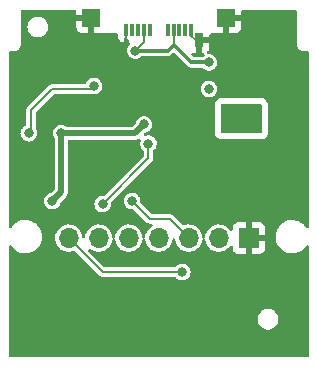
<source format=gbr>
%TF.GenerationSoftware,KiCad,Pcbnew,(5.99.0-11663-g8172737d6f)*%
%TF.CreationDate,2021-08-09T10:24:35+02:00*%
%TF.ProjectId,Framework_Serial,4672616d-6577-46f7-926b-5f5365726961,rev?*%
%TF.SameCoordinates,Original*%
%TF.FileFunction,Copper,L2,Bot*%
%TF.FilePolarity,Positive*%
%FSLAX46Y46*%
G04 Gerber Fmt 4.6, Leading zero omitted, Abs format (unit mm)*
G04 Created by KiCad (PCBNEW (5.99.0-11663-g8172737d6f)) date 2021-08-09 10:24:35*
%MOMM*%
%LPD*%
G01*
G04 APERTURE LIST*
%TA.AperFunction,ComponentPad*%
%ADD10R,1.700000X1.700000*%
%TD*%
%TA.AperFunction,ComponentPad*%
%ADD11O,1.700000X1.700000*%
%TD*%
%TA.AperFunction,SMDPad,CuDef*%
%ADD12R,1.500000X1.500000*%
%TD*%
%TA.AperFunction,SMDPad,CuDef*%
%ADD13R,0.380000X1.000000*%
%TD*%
%TA.AperFunction,SMDPad,CuDef*%
%ADD14R,0.700000X1.150000*%
%TD*%
%TA.AperFunction,ViaPad*%
%ADD15C,0.800000*%
%TD*%
%TA.AperFunction,Conductor*%
%ADD16C,0.500000*%
%TD*%
%TA.AperFunction,Conductor*%
%ADD17C,0.200000*%
%TD*%
%TA.AperFunction,Conductor*%
%ADD18C,0.300000*%
%TD*%
G04 APERTURE END LIST*
D10*
%TO.P,J1,1,Pin_1*%
%TO.N,GND*%
X90120000Y-47375000D03*
D11*
%TO.P,J1,2,Pin_2*%
%TO.N,+5V*%
X87580000Y-47375000D03*
%TO.P,J1,3,Pin_3*%
%TO.N,CTS*%
X85040000Y-47375000D03*
%TO.P,J1,4,Pin_4*%
%TO.N,TXD*%
X82500000Y-47375000D03*
%TO.P,J1,5,Pin_5*%
%TO.N,RXD*%
X79960000Y-47375000D03*
%TO.P,J1,6,Pin_6*%
%TO.N,RTS*%
X77420000Y-47375000D03*
%TO.P,J1,7,Pin_7*%
%TO.N,+3V3*%
X74880000Y-47375000D03*
%TD*%
D12*
%TO.P,TP6,1,1*%
%TO.N,GND*%
X76790423Y-28754517D03*
%TD*%
%TO.P,TP5,1,1*%
%TO.N,GND*%
X88217755Y-28772041D03*
%TD*%
D13*
%TO.P,P1,B1,GND*%
%TO.N,GND*%
X85250000Y-29790000D03*
%TO.P,P1,B2*%
%TO.N,N/C*%
X84750000Y-29790000D03*
%TO.P,P1,B3*%
X84250000Y-29790000D03*
%TO.P,P1,B4,VBUS*%
%TO.N,VBUS*%
X83750000Y-29790000D03*
%TO.P,P1,B5,VCONN*%
%TO.N,unconnected-(P1-PadB5)*%
X83250000Y-29790000D03*
%TO.P,P1,B8*%
%TO.N,N/C*%
X81750000Y-29790000D03*
%TO.P,P1,B9,VBUS*%
%TO.N,VBUS*%
X81250000Y-29790000D03*
%TO.P,P1,B10*%
%TO.N,N/C*%
X80750000Y-29790000D03*
%TO.P,P1,B11*%
X80250000Y-29790000D03*
%TO.P,P1,B12,GND*%
%TO.N,GND*%
X79750000Y-29790000D03*
D14*
%TO.P,P1,S1,SHIELD*%
X85920000Y-30630000D03*
%TD*%
D15*
%TO.N,GND*%
X70750000Y-40500000D03*
X94500000Y-40250000D03*
X73250000Y-42750000D03*
X91500000Y-40500000D03*
X75000000Y-44500000D03*
X86250000Y-36500000D03*
X79750000Y-37250000D03*
X77750000Y-41250000D03*
X76750000Y-41250000D03*
X77750000Y-40250000D03*
X76750000Y-40250000D03*
%TO.N,DTR*%
X77750000Y-44500000D03*
X81625000Y-39375000D03*
%TO.N,CTS*%
X80250000Y-44250000D03*
%TO.N,GND*%
X77000000Y-32750000D03*
X94500000Y-33500000D03*
X87750000Y-40500000D03*
X86750000Y-40500000D03*
X70750000Y-44000000D03*
%TO.N,+3V3*%
X73500000Y-44250000D03*
%TO.N,VBUS*%
X86750000Y-32500000D03*
%TO.N,+3V3*%
X81250000Y-37750000D03*
X88492083Y-37596112D03*
X89492083Y-37596112D03*
X90492083Y-37596112D03*
X90492083Y-36596112D03*
X89492083Y-36596112D03*
X88492083Y-36596112D03*
X74250000Y-38500000D03*
%TO.N,+5V*%
X77000000Y-34500000D03*
X71500000Y-38500000D03*
%TO.N,VBUS*%
X80500000Y-31500000D03*
%TO.N,GND*%
X90250000Y-56750000D03*
X77000000Y-56750000D03*
X91250000Y-49750000D03*
X88250000Y-34000000D03*
X94500000Y-44000000D03*
X76750000Y-28750000D03*
X82500000Y-56750000D03*
X88250000Y-28750000D03*
X93000000Y-29250000D03*
X94500000Y-37000000D03*
X87500000Y-56750000D03*
X74500000Y-56750000D03*
X85000000Y-56750000D03*
X70750000Y-33250000D03*
X79500000Y-56750000D03*
X72500000Y-50000000D03*
X88250000Y-30500000D03*
X91250000Y-52500000D03*
X70750000Y-36500000D03*
X73250000Y-55000000D03*
X73250000Y-52500000D03*
%TO.N,+5V*%
X86750000Y-34750000D03*
%TO.N,+3V3*%
X84500000Y-50250000D03*
%TD*%
D16*
%TO.N,+3V3*%
X74250000Y-43500000D02*
X73500000Y-44250000D01*
X80500000Y-38500000D02*
X81250000Y-37750000D01*
X74250000Y-38500000D02*
X74250000Y-43500000D01*
X74250000Y-38500000D02*
X80500000Y-38500000D01*
D17*
%TO.N,CTS*%
X83415000Y-45750000D02*
X85040000Y-47375000D01*
X80250000Y-44250000D02*
X81750000Y-45750000D01*
X81750000Y-45750000D02*
X83415000Y-45750000D01*
%TO.N,DTR*%
X81625000Y-40625000D02*
X81625000Y-39375000D01*
X77750000Y-44500000D02*
X81625000Y-40625000D01*
%TO.N,GND*%
X85630000Y-30630000D02*
X85920000Y-30630000D01*
X85250000Y-30250000D02*
X85630000Y-30630000D01*
X85250000Y-29790000D02*
X85250000Y-30250000D01*
%TO.N,+5V*%
X71699511Y-38300489D02*
X71500000Y-38500000D01*
X71699511Y-36550489D02*
X71699511Y-38300489D01*
X73500000Y-34750000D02*
X71699511Y-36550489D01*
X77000000Y-34500000D02*
X76750000Y-34750000D01*
X76750000Y-34750000D02*
X73500000Y-34750000D01*
%TO.N,VBUS*%
X80500000Y-31500000D02*
X81250000Y-30750000D01*
D18*
X80500000Y-31500000D02*
X83250000Y-31500000D01*
X86750000Y-32500000D02*
X85250000Y-32500000D01*
D17*
X81250000Y-30750000D02*
X81250000Y-29790000D01*
X83750000Y-31000000D02*
X83750000Y-29790000D01*
D18*
X83250000Y-31500000D02*
X83750000Y-31000000D01*
X85250000Y-32500000D02*
X83750000Y-31000000D01*
D17*
%TO.N,GND*%
X79750000Y-30579022D02*
X79750000Y-30750000D01*
X79750000Y-30750000D02*
X79500000Y-31000000D01*
X79750000Y-29790000D02*
X79750000Y-30579022D01*
%TO.N,+3V3*%
X84500000Y-50250000D02*
X77755000Y-50250000D01*
X77755000Y-50250000D02*
X74880000Y-47375000D01*
%TD*%
%TA.AperFunction,Conductor*%
%TO.N,GND*%
G36*
X75474544Y-28070002D02*
G01*
X75521037Y-28123658D01*
X75532423Y-28176000D01*
X75532423Y-28482402D01*
X75536898Y-28497641D01*
X75538288Y-28498846D01*
X75545971Y-28500517D01*
X76918423Y-28500517D01*
X76986544Y-28520519D01*
X77033037Y-28574175D01*
X77044423Y-28626517D01*
X77044423Y-29994401D01*
X77048898Y-30009640D01*
X77050288Y-30010845D01*
X77057971Y-30012516D01*
X77585092Y-30012516D01*
X77591913Y-30012146D01*
X77642775Y-30006622D01*
X77658027Y-30002996D01*
X77721297Y-29979277D01*
X77792104Y-29974094D01*
X77825418Y-29987662D01*
X77825656Y-29987168D01*
X77832033Y-29990239D01*
X77838022Y-29994002D01*
X77874173Y-30006652D01*
X77941012Y-30030040D01*
X77965643Y-30038659D01*
X77972668Y-30039451D01*
X77972670Y-30039451D01*
X78025281Y-30045379D01*
X78034993Y-30047100D01*
X78040720Y-30049385D01*
X78046993Y-30050000D01*
X78059223Y-30050000D01*
X78073330Y-30050792D01*
X78083040Y-30051886D01*
X78088777Y-30052714D01*
X78089145Y-30052714D01*
X78100000Y-30054628D01*
X78115392Y-30051914D01*
X78137271Y-30050000D01*
X78926001Y-30050000D01*
X78994122Y-30070002D01*
X79040615Y-30123658D01*
X79052001Y-30176000D01*
X79052001Y-30334669D01*
X79052371Y-30341490D01*
X79057895Y-30392352D01*
X79061521Y-30407604D01*
X79106676Y-30528054D01*
X79115214Y-30543649D01*
X79191715Y-30645724D01*
X79204276Y-30658285D01*
X79306351Y-30734786D01*
X79321946Y-30743324D01*
X79442394Y-30788478D01*
X79457649Y-30792105D01*
X79508514Y-30797631D01*
X79515328Y-30798000D01*
X79541885Y-30798000D01*
X79557124Y-30793525D01*
X79558329Y-30792135D01*
X79560000Y-30784452D01*
X79560000Y-30498744D01*
X79580002Y-30430623D01*
X79633658Y-30384130D01*
X79703932Y-30374026D01*
X79768512Y-30403520D01*
X79801150Y-30447595D01*
X79808061Y-30463153D01*
X79816294Y-30471372D01*
X79816295Y-30471373D01*
X79879053Y-30534022D01*
X79879055Y-30534023D01*
X79887287Y-30542241D01*
X79889137Y-30543059D01*
X79930092Y-30593209D01*
X79940000Y-30642185D01*
X79940000Y-30779884D01*
X79944475Y-30795123D01*
X79954817Y-30804085D01*
X79999444Y-30828451D01*
X80033471Y-30890763D01*
X80028408Y-30961579D01*
X79993182Y-31012497D01*
X79975604Y-31027831D01*
X79878113Y-31166547D01*
X79816524Y-31324513D01*
X79815532Y-31332046D01*
X79815532Y-31332047D01*
X79804527Y-31415643D01*
X79794394Y-31492611D01*
X79812999Y-31661135D01*
X79871266Y-31820356D01*
X79965830Y-31961083D01*
X79971442Y-31966190D01*
X79971445Y-31966193D01*
X80085612Y-32070077D01*
X80085616Y-32070080D01*
X80091233Y-32075191D01*
X80097906Y-32078814D01*
X80097910Y-32078817D01*
X80233558Y-32152467D01*
X80233560Y-32152468D01*
X80240235Y-32156092D01*
X80247584Y-32158020D01*
X80396883Y-32197188D01*
X80396885Y-32197188D01*
X80404233Y-32199116D01*
X80490609Y-32200473D01*
X80566161Y-32201660D01*
X80566164Y-32201660D01*
X80573760Y-32201779D01*
X80581165Y-32200083D01*
X80581166Y-32200083D01*
X80641586Y-32186245D01*
X80739029Y-32163928D01*
X80890498Y-32087747D01*
X81015846Y-31980689D01*
X81080636Y-31951658D01*
X81097677Y-31950500D01*
X83215780Y-31950500D01*
X83230589Y-31951373D01*
X83264310Y-31955364D01*
X83273574Y-31953672D01*
X83273575Y-31953672D01*
X83322001Y-31944828D01*
X83325904Y-31944178D01*
X83374645Y-31936850D01*
X83374646Y-31936850D01*
X83383962Y-31935449D01*
X83390475Y-31932321D01*
X83397573Y-31931025D01*
X83449647Y-31903975D01*
X83453137Y-31902232D01*
X83506079Y-31876809D01*
X83511365Y-31871923D01*
X83511413Y-31871890D01*
X83517788Y-31868579D01*
X83522828Y-31864275D01*
X83560055Y-31827048D01*
X83563621Y-31823618D01*
X83598641Y-31791246D01*
X83605556Y-31784854D01*
X83609249Y-31778495D01*
X83614766Y-31772337D01*
X83660905Y-31726198D01*
X83723217Y-31692172D01*
X83794032Y-31697237D01*
X83839095Y-31726198D01*
X84907247Y-32794350D01*
X84917101Y-32805439D01*
X84932293Y-32824709D01*
X84938128Y-32832110D01*
X84945875Y-32837465D01*
X84945877Y-32837466D01*
X84986375Y-32865455D01*
X84989587Y-32867750D01*
X85036816Y-32902634D01*
X85043632Y-32905027D01*
X85049569Y-32909131D01*
X85058549Y-32911971D01*
X85058551Y-32911972D01*
X85078717Y-32918350D01*
X85105519Y-32926826D01*
X85109250Y-32928071D01*
X85155737Y-32944396D01*
X85155739Y-32944396D01*
X85164631Y-32947519D01*
X85171819Y-32947801D01*
X85171878Y-32947812D01*
X85178730Y-32949980D01*
X85185337Y-32950500D01*
X85238016Y-32950500D01*
X85242962Y-32950597D01*
X85299994Y-32952838D01*
X85307100Y-32950954D01*
X85315344Y-32950500D01*
X86155454Y-32950500D01*
X86223575Y-32970502D01*
X86240254Y-32983307D01*
X86335612Y-33070077D01*
X86335616Y-33070080D01*
X86341233Y-33075191D01*
X86347906Y-33078814D01*
X86347910Y-33078817D01*
X86483558Y-33152467D01*
X86483560Y-33152468D01*
X86490235Y-33156092D01*
X86497584Y-33158020D01*
X86646883Y-33197188D01*
X86646885Y-33197188D01*
X86654233Y-33199116D01*
X86740609Y-33200473D01*
X86816161Y-33201660D01*
X86816164Y-33201660D01*
X86823760Y-33201779D01*
X86831165Y-33200083D01*
X86831166Y-33200083D01*
X86891586Y-33186245D01*
X86989029Y-33163928D01*
X87140498Y-33087747D01*
X87269423Y-32977634D01*
X87368361Y-32839947D01*
X87371194Y-32832900D01*
X87428766Y-32689687D01*
X87428767Y-32689685D01*
X87431601Y-32682634D01*
X87455490Y-32514778D01*
X87455645Y-32500000D01*
X87435276Y-32331680D01*
X87375345Y-32173077D01*
X87364997Y-32158020D01*
X87283614Y-32039608D01*
X87283613Y-32039607D01*
X87279312Y-32033349D01*
X87262589Y-32018449D01*
X87158392Y-31925612D01*
X87158388Y-31925610D01*
X87152721Y-31920560D01*
X87002881Y-31841224D01*
X86838441Y-31799919D01*
X86830844Y-31799879D01*
X86830842Y-31799879D01*
X86791764Y-31799675D01*
X86701836Y-31799204D01*
X86633822Y-31778846D01*
X86587611Y-31724948D01*
X86577875Y-31654622D01*
X86607706Y-31590196D01*
X86622809Y-31576200D01*
X86638285Y-31560724D01*
X86714786Y-31458649D01*
X86723324Y-31443054D01*
X86768478Y-31322606D01*
X86772105Y-31307351D01*
X86777631Y-31256486D01*
X86778000Y-31249672D01*
X86778000Y-30902115D01*
X86773525Y-30886876D01*
X86772135Y-30885671D01*
X86764452Y-30884000D01*
X86192115Y-30884000D01*
X86176876Y-30888475D01*
X86175671Y-30889865D01*
X86174000Y-30897548D01*
X86174000Y-31694884D01*
X86178475Y-31710123D01*
X86179865Y-31711328D01*
X86187548Y-31712999D01*
X86250396Y-31712999D01*
X86318517Y-31733001D01*
X86365010Y-31786657D01*
X86375114Y-31856931D01*
X86345620Y-31921511D01*
X86333228Y-31933945D01*
X86236359Y-32018449D01*
X86171877Y-32048157D01*
X86153530Y-32049500D01*
X85488793Y-32049500D01*
X85420672Y-32029498D01*
X85399698Y-32012595D01*
X85284818Y-31897715D01*
X85250792Y-31835403D01*
X85255857Y-31764588D01*
X85298404Y-31707752D01*
X85364924Y-31682941D01*
X85418143Y-31690638D01*
X85452394Y-31703478D01*
X85467649Y-31707105D01*
X85518514Y-31712631D01*
X85525328Y-31713000D01*
X85647885Y-31713000D01*
X85663124Y-31708525D01*
X85664329Y-31707135D01*
X85666000Y-31699452D01*
X85666000Y-30502000D01*
X85686002Y-30433879D01*
X85739658Y-30387386D01*
X85792000Y-30376000D01*
X86759884Y-30376000D01*
X86775123Y-30371525D01*
X86776328Y-30370135D01*
X86777999Y-30362452D01*
X86777999Y-30178714D01*
X86798001Y-30110593D01*
X86851657Y-30064100D01*
X86897349Y-30054161D01*
X86900000Y-30054628D01*
X86910855Y-30052714D01*
X86911223Y-30052714D01*
X86916960Y-30051886D01*
X87027323Y-30039452D01*
X87027327Y-30039451D01*
X87034357Y-30038659D01*
X87058986Y-30030041D01*
X87155300Y-29996339D01*
X87155302Y-29996338D01*
X87161978Y-29994002D01*
X87165157Y-29992004D01*
X87233906Y-29980681D01*
X87262757Y-29987757D01*
X87350149Y-30020519D01*
X87365404Y-30024146D01*
X87416269Y-30029672D01*
X87423083Y-30030041D01*
X87945640Y-30030041D01*
X87960879Y-30025566D01*
X87962084Y-30024176D01*
X87963755Y-30016493D01*
X87963755Y-29039589D01*
X88471755Y-29039589D01*
X88471755Y-30011925D01*
X88476230Y-30027164D01*
X88477620Y-30028369D01*
X88485303Y-30030040D01*
X89012424Y-30030040D01*
X89019245Y-30029670D01*
X89070107Y-30024146D01*
X89085359Y-30020520D01*
X89205809Y-29975365D01*
X89221404Y-29966827D01*
X89323479Y-29890326D01*
X89336040Y-29877765D01*
X89412541Y-29775690D01*
X89421079Y-29760095D01*
X89466233Y-29639647D01*
X89469860Y-29624392D01*
X89475386Y-29573527D01*
X89475755Y-29566713D01*
X89475755Y-29044156D01*
X89471280Y-29028917D01*
X89469890Y-29027712D01*
X89462207Y-29026041D01*
X88489870Y-29026041D01*
X88474631Y-29030516D01*
X88473426Y-29031906D01*
X88471755Y-29039589D01*
X87963755Y-29039589D01*
X87963755Y-28644041D01*
X87983757Y-28575920D01*
X88037413Y-28529427D01*
X88089755Y-28518041D01*
X89457639Y-28518041D01*
X89472878Y-28513566D01*
X89474083Y-28512176D01*
X89475754Y-28504493D01*
X89475754Y-28176000D01*
X89495756Y-28107879D01*
X89549412Y-28061386D01*
X89601754Y-28050000D01*
X94074000Y-28050000D01*
X94142121Y-28070002D01*
X94188614Y-28123658D01*
X94200000Y-28176000D01*
X94200000Y-30912729D01*
X94198086Y-30934608D01*
X94195372Y-30950000D01*
X94197286Y-30960855D01*
X94197286Y-30961223D01*
X94198114Y-30966960D01*
X94207414Y-31049500D01*
X94211341Y-31084357D01*
X94255998Y-31211978D01*
X94259761Y-31217966D01*
X94259762Y-31217969D01*
X94303779Y-31288022D01*
X94327932Y-31326461D01*
X94423539Y-31422068D01*
X94429533Y-31425834D01*
X94429534Y-31425835D01*
X94532031Y-31490238D01*
X94532034Y-31490239D01*
X94538022Y-31494002D01*
X94665643Y-31538659D01*
X94672668Y-31539451D01*
X94672670Y-31539451D01*
X94725281Y-31545379D01*
X94734993Y-31547100D01*
X94740720Y-31549385D01*
X94746993Y-31550000D01*
X94759223Y-31550000D01*
X94773330Y-31550792D01*
X94783040Y-31551886D01*
X94788777Y-31552714D01*
X94789145Y-31552714D01*
X94800000Y-31554628D01*
X94815392Y-31551914D01*
X94837271Y-31550000D01*
X95074000Y-31550000D01*
X95142121Y-31570002D01*
X95188614Y-31623658D01*
X95200000Y-31676000D01*
X95200000Y-46405820D01*
X95179998Y-46473941D01*
X95126342Y-46520434D01*
X95056068Y-46530538D01*
X94991488Y-46501044D01*
X94968208Y-46474260D01*
X94920302Y-46400208D01*
X94920300Y-46400205D01*
X94917492Y-46395865D01*
X94896861Y-46373191D01*
X94765977Y-46229353D01*
X94765976Y-46229352D01*
X94762499Y-46225531D01*
X94758448Y-46222332D01*
X94758444Y-46222328D01*
X94585822Y-46085999D01*
X94585817Y-46085995D01*
X94581768Y-46082798D01*
X94577252Y-46080305D01*
X94577249Y-46080303D01*
X94384676Y-45973997D01*
X94384672Y-45973995D01*
X94380152Y-45971500D01*
X94375283Y-45969776D01*
X94375279Y-45969774D01*
X94167940Y-45896351D01*
X94167936Y-45896350D01*
X94163065Y-45894625D01*
X94157972Y-45893718D01*
X94157969Y-45893717D01*
X94061794Y-45876586D01*
X93936337Y-45854239D01*
X93849889Y-45853183D01*
X93711228Y-45851488D01*
X93711226Y-45851488D01*
X93706058Y-45851425D01*
X93478412Y-45886260D01*
X93259511Y-45957808D01*
X93055236Y-46064147D01*
X92871071Y-46202421D01*
X92711964Y-46368918D01*
X92709053Y-46373186D01*
X92709049Y-46373191D01*
X92653068Y-46455256D01*
X92582186Y-46559165D01*
X92580010Y-46563854D01*
X92580006Y-46563860D01*
X92487402Y-46763359D01*
X92485223Y-46768054D01*
X92481833Y-46780279D01*
X92431734Y-46960931D01*
X92423679Y-46989975D01*
X92423130Y-46995112D01*
X92400000Y-47211538D01*
X92399206Y-47218967D01*
X92399503Y-47224119D01*
X92399503Y-47224123D01*
X92409241Y-47393003D01*
X92412463Y-47448882D01*
X92413600Y-47453928D01*
X92413601Y-47453934D01*
X92437809Y-47561350D01*
X92463093Y-47673544D01*
X92465035Y-47678326D01*
X92465036Y-47678330D01*
X92537690Y-47857255D01*
X92549736Y-47886920D01*
X92607563Y-47981285D01*
X92667364Y-48078870D01*
X92670066Y-48083280D01*
X92820850Y-48257350D01*
X92998040Y-48404456D01*
X93196877Y-48520647D01*
X93201702Y-48522489D01*
X93201703Y-48522490D01*
X93217753Y-48528619D01*
X93412021Y-48602803D01*
X93417087Y-48603834D01*
X93417088Y-48603834D01*
X93517784Y-48624320D01*
X93637694Y-48648716D01*
X93767439Y-48653474D01*
X93862672Y-48656966D01*
X93862676Y-48656966D01*
X93867836Y-48657155D01*
X93872956Y-48656499D01*
X93872958Y-48656499D01*
X93942359Y-48647609D01*
X94096265Y-48627893D01*
X94101213Y-48626408D01*
X94101220Y-48626407D01*
X94311898Y-48563200D01*
X94311897Y-48563200D01*
X94316848Y-48561715D01*
X94523661Y-48460398D01*
X94711149Y-48326665D01*
X94874277Y-48164105D01*
X94918844Y-48102084D01*
X94971677Y-48028558D01*
X95027672Y-47984910D01*
X95098375Y-47978464D01*
X95161340Y-48011267D01*
X95196574Y-48072903D01*
X95200000Y-48102084D01*
X95200000Y-57324000D01*
X95179998Y-57392121D01*
X95126342Y-57438614D01*
X95074000Y-57450000D01*
X69926000Y-57450000D01*
X69857879Y-57429998D01*
X69811386Y-57376342D01*
X69800000Y-57324000D01*
X69800000Y-54250000D01*
X90868672Y-54250000D01*
X90887931Y-54433238D01*
X90944867Y-54608468D01*
X91036991Y-54768032D01*
X91160276Y-54904954D01*
X91165618Y-54908835D01*
X91165620Y-54908837D01*
X91303994Y-55009371D01*
X91309336Y-55013252D01*
X91315364Y-55015936D01*
X91315366Y-55015937D01*
X91471624Y-55085508D01*
X91477655Y-55088193D01*
X91567766Y-55107347D01*
X91651419Y-55125128D01*
X91651423Y-55125128D01*
X91657876Y-55126500D01*
X91842124Y-55126500D01*
X91848577Y-55125128D01*
X91848581Y-55125128D01*
X91932234Y-55107347D01*
X92022345Y-55088193D01*
X92028376Y-55085508D01*
X92184634Y-55015937D01*
X92184636Y-55015936D01*
X92190664Y-55013252D01*
X92196006Y-55009371D01*
X92334380Y-54908837D01*
X92334382Y-54908835D01*
X92339724Y-54904954D01*
X92463009Y-54768032D01*
X92555133Y-54608468D01*
X92612069Y-54433238D01*
X92631328Y-54250000D01*
X92612069Y-54066762D01*
X92555133Y-53891532D01*
X92463009Y-53731968D01*
X92339724Y-53595046D01*
X92334382Y-53591165D01*
X92334380Y-53591163D01*
X92196006Y-53490629D01*
X92196005Y-53490628D01*
X92190664Y-53486748D01*
X92184636Y-53484064D01*
X92184634Y-53484063D01*
X92028376Y-53414492D01*
X92028374Y-53414491D01*
X92022345Y-53411807D01*
X91932235Y-53392654D01*
X91848581Y-53374872D01*
X91848577Y-53374872D01*
X91842124Y-53373500D01*
X91657876Y-53373500D01*
X91651423Y-53374872D01*
X91651419Y-53374872D01*
X91567765Y-53392654D01*
X91477655Y-53411807D01*
X91471626Y-53414491D01*
X91471624Y-53414492D01*
X91315366Y-53484063D01*
X91315364Y-53484064D01*
X91309336Y-53486748D01*
X91303995Y-53490628D01*
X91303994Y-53490629D01*
X91165620Y-53591163D01*
X91165618Y-53591165D01*
X91160276Y-53595046D01*
X91036991Y-53731968D01*
X90944867Y-53891532D01*
X90887931Y-54066762D01*
X90868672Y-54250000D01*
X69800000Y-54250000D01*
X69800000Y-48089336D01*
X69820002Y-48021215D01*
X69873658Y-47974722D01*
X69943932Y-47964618D01*
X70008512Y-47994112D01*
X70033432Y-48023501D01*
X70067363Y-48078870D01*
X70067366Y-48078875D01*
X70070066Y-48083280D01*
X70220850Y-48257350D01*
X70398040Y-48404456D01*
X70596877Y-48520647D01*
X70601702Y-48522489D01*
X70601703Y-48522490D01*
X70617753Y-48528619D01*
X70812021Y-48602803D01*
X70817087Y-48603834D01*
X70817088Y-48603834D01*
X70917784Y-48624320D01*
X71037694Y-48648716D01*
X71167439Y-48653474D01*
X71262672Y-48656966D01*
X71262676Y-48656966D01*
X71267836Y-48657155D01*
X71272956Y-48656499D01*
X71272958Y-48656499D01*
X71342359Y-48647609D01*
X71496265Y-48627893D01*
X71501213Y-48626408D01*
X71501220Y-48626407D01*
X71711898Y-48563200D01*
X71711897Y-48563200D01*
X71716848Y-48561715D01*
X71923661Y-48460398D01*
X72111149Y-48326665D01*
X72274277Y-48164105D01*
X72318844Y-48102084D01*
X72405646Y-47981285D01*
X72408664Y-47977085D01*
X72510702Y-47770627D01*
X72551950Y-47634865D01*
X72576146Y-47555229D01*
X72576147Y-47555223D01*
X72577650Y-47550277D01*
X72601887Y-47366174D01*
X72604707Y-47344754D01*
X73724967Y-47344754D01*
X73738796Y-47555749D01*
X73740217Y-47561345D01*
X73740218Y-47561350D01*
X73762000Y-47647115D01*
X73790845Y-47760690D01*
X73793262Y-47765933D01*
X73802093Y-47785088D01*
X73879369Y-47952714D01*
X74001405Y-48125391D01*
X74005539Y-48129418D01*
X74136865Y-48257350D01*
X74152865Y-48272937D01*
X74157661Y-48276142D01*
X74157664Y-48276144D01*
X74257084Y-48342574D01*
X74328677Y-48390411D01*
X74333985Y-48392692D01*
X74333986Y-48392692D01*
X74517650Y-48471600D01*
X74517653Y-48471601D01*
X74522953Y-48473878D01*
X74528582Y-48475152D01*
X74528583Y-48475152D01*
X74723550Y-48519269D01*
X74723553Y-48519269D01*
X74729186Y-48520544D01*
X74734957Y-48520771D01*
X74734959Y-48520771D01*
X74796989Y-48523208D01*
X74940470Y-48528846D01*
X74946179Y-48528018D01*
X74946183Y-48528018D01*
X75144015Y-48499333D01*
X75144019Y-48499332D01*
X75149730Y-48498504D01*
X75290088Y-48450859D01*
X75361023Y-48447903D01*
X75419684Y-48481077D01*
X77494091Y-50555484D01*
X77494095Y-50555487D01*
X77516658Y-50578050D01*
X77525498Y-50582554D01*
X77536255Y-50588035D01*
X77553107Y-50598361D01*
X77570910Y-50611296D01*
X77591834Y-50618095D01*
X77610094Y-50625659D01*
X77620859Y-50631144D01*
X77620863Y-50631145D01*
X77629696Y-50635646D01*
X77639487Y-50637197D01*
X77639488Y-50637197D01*
X77651422Y-50639087D01*
X77670647Y-50643703D01*
X77682132Y-50647435D01*
X77682136Y-50647436D01*
X77691567Y-50650500D01*
X83857983Y-50650500D01*
X83926104Y-50670502D01*
X83955879Y-50699674D01*
X83956628Y-50699027D01*
X83961597Y-50704784D01*
X83965830Y-50711083D01*
X83971442Y-50716190D01*
X83971445Y-50716193D01*
X84085612Y-50820077D01*
X84085616Y-50820080D01*
X84091233Y-50825191D01*
X84097906Y-50828814D01*
X84097910Y-50828817D01*
X84233558Y-50902467D01*
X84233560Y-50902468D01*
X84240235Y-50906092D01*
X84247584Y-50908020D01*
X84396883Y-50947188D01*
X84396885Y-50947188D01*
X84404233Y-50949116D01*
X84490609Y-50950473D01*
X84566161Y-50951660D01*
X84566164Y-50951660D01*
X84573760Y-50951779D01*
X84581165Y-50950083D01*
X84581166Y-50950083D01*
X84641586Y-50936245D01*
X84739029Y-50913928D01*
X84890498Y-50837747D01*
X85019423Y-50727634D01*
X85118361Y-50589947D01*
X85123144Y-50578050D01*
X85178766Y-50439687D01*
X85178767Y-50439685D01*
X85181601Y-50432634D01*
X85205490Y-50264778D01*
X85205645Y-50250000D01*
X85185276Y-50081680D01*
X85125345Y-49923077D01*
X85074777Y-49849500D01*
X85033614Y-49789608D01*
X85033613Y-49789607D01*
X85029312Y-49783349D01*
X85017514Y-49772837D01*
X84908392Y-49675612D01*
X84908388Y-49675610D01*
X84902721Y-49670560D01*
X84752881Y-49591224D01*
X84588441Y-49549919D01*
X84580843Y-49549879D01*
X84580841Y-49549879D01*
X84503668Y-49549475D01*
X84418895Y-49549031D01*
X84411508Y-49550805D01*
X84411504Y-49550805D01*
X84268162Y-49585220D01*
X84254032Y-49588612D01*
X84247288Y-49592093D01*
X84247285Y-49592094D01*
X84242089Y-49594776D01*
X84103369Y-49666375D01*
X83975604Y-49777831D01*
X83971237Y-49784045D01*
X83962869Y-49795951D01*
X83907334Y-49840182D01*
X83859782Y-49849500D01*
X77973083Y-49849500D01*
X77904962Y-49829498D01*
X77883988Y-49812595D01*
X76547094Y-48475701D01*
X76513068Y-48413389D01*
X76518133Y-48342574D01*
X76560680Y-48285738D01*
X76627200Y-48260927D01*
X76696574Y-48276018D01*
X76706188Y-48281839D01*
X76868677Y-48390411D01*
X76873985Y-48392692D01*
X76873986Y-48392692D01*
X77057650Y-48471600D01*
X77057653Y-48471601D01*
X77062953Y-48473878D01*
X77068582Y-48475152D01*
X77068583Y-48475152D01*
X77263550Y-48519269D01*
X77263553Y-48519269D01*
X77269186Y-48520544D01*
X77274957Y-48520771D01*
X77274959Y-48520771D01*
X77336989Y-48523208D01*
X77480470Y-48528846D01*
X77486179Y-48528018D01*
X77486183Y-48528018D01*
X77684015Y-48499333D01*
X77684019Y-48499332D01*
X77689730Y-48498504D01*
X77794163Y-48463054D01*
X77884483Y-48432395D01*
X77884488Y-48432393D01*
X77889955Y-48430537D01*
X77894998Y-48427713D01*
X78069395Y-48330046D01*
X78069399Y-48330043D01*
X78074442Y-48327219D01*
X78237012Y-48192012D01*
X78372219Y-48029442D01*
X78375043Y-48024399D01*
X78375046Y-48024395D01*
X78472713Y-47849998D01*
X78472714Y-47849996D01*
X78475537Y-47844955D01*
X78477393Y-47839488D01*
X78477395Y-47839483D01*
X78533723Y-47673544D01*
X78543504Y-47644730D01*
X78544333Y-47639015D01*
X78565090Y-47495860D01*
X78594660Y-47431315D01*
X78654432Y-47393003D01*
X78725429Y-47393087D01*
X78785109Y-47431542D01*
X78814525Y-47496158D01*
X78815515Y-47505695D01*
X78818796Y-47555749D01*
X78820217Y-47561345D01*
X78820218Y-47561350D01*
X78842000Y-47647115D01*
X78870845Y-47760690D01*
X78873262Y-47765933D01*
X78882093Y-47785088D01*
X78959369Y-47952714D01*
X79081405Y-48125391D01*
X79085539Y-48129418D01*
X79216865Y-48257350D01*
X79232865Y-48272937D01*
X79237661Y-48276142D01*
X79237664Y-48276144D01*
X79337084Y-48342574D01*
X79408677Y-48390411D01*
X79413985Y-48392692D01*
X79413986Y-48392692D01*
X79597650Y-48471600D01*
X79597653Y-48471601D01*
X79602953Y-48473878D01*
X79608582Y-48475152D01*
X79608583Y-48475152D01*
X79803550Y-48519269D01*
X79803553Y-48519269D01*
X79809186Y-48520544D01*
X79814957Y-48520771D01*
X79814959Y-48520771D01*
X79876989Y-48523208D01*
X80020470Y-48528846D01*
X80026179Y-48528018D01*
X80026183Y-48528018D01*
X80224015Y-48499333D01*
X80224019Y-48499332D01*
X80229730Y-48498504D01*
X80334163Y-48463054D01*
X80424483Y-48432395D01*
X80424488Y-48432393D01*
X80429955Y-48430537D01*
X80434998Y-48427713D01*
X80609395Y-48330046D01*
X80609399Y-48330043D01*
X80614442Y-48327219D01*
X80777012Y-48192012D01*
X80912219Y-48029442D01*
X80915043Y-48024399D01*
X80915046Y-48024395D01*
X81012713Y-47849998D01*
X81012714Y-47849996D01*
X81015537Y-47844955D01*
X81017393Y-47839488D01*
X81017395Y-47839483D01*
X81073723Y-47673544D01*
X81083504Y-47644730D01*
X81084333Y-47639015D01*
X81105090Y-47495860D01*
X81134660Y-47431315D01*
X81194432Y-47393003D01*
X81265429Y-47393087D01*
X81325109Y-47431542D01*
X81354525Y-47496158D01*
X81355515Y-47505695D01*
X81358796Y-47555749D01*
X81360217Y-47561345D01*
X81360218Y-47561350D01*
X81382000Y-47647115D01*
X81410845Y-47760690D01*
X81413262Y-47765933D01*
X81422093Y-47785088D01*
X81499369Y-47952714D01*
X81621405Y-48125391D01*
X81625539Y-48129418D01*
X81756865Y-48257350D01*
X81772865Y-48272937D01*
X81777661Y-48276142D01*
X81777664Y-48276144D01*
X81877084Y-48342574D01*
X81948677Y-48390411D01*
X81953985Y-48392692D01*
X81953986Y-48392692D01*
X82137650Y-48471600D01*
X82137653Y-48471601D01*
X82142953Y-48473878D01*
X82148582Y-48475152D01*
X82148583Y-48475152D01*
X82343550Y-48519269D01*
X82343553Y-48519269D01*
X82349186Y-48520544D01*
X82354957Y-48520771D01*
X82354959Y-48520771D01*
X82416989Y-48523208D01*
X82560470Y-48528846D01*
X82566179Y-48528018D01*
X82566183Y-48528018D01*
X82764015Y-48499333D01*
X82764019Y-48499332D01*
X82769730Y-48498504D01*
X82874163Y-48463054D01*
X82964483Y-48432395D01*
X82964488Y-48432393D01*
X82969955Y-48430537D01*
X82974998Y-48427713D01*
X83149395Y-48330046D01*
X83149399Y-48330043D01*
X83154442Y-48327219D01*
X83317012Y-48192012D01*
X83452219Y-48029442D01*
X83455043Y-48024399D01*
X83455046Y-48024395D01*
X83552713Y-47849998D01*
X83552714Y-47849996D01*
X83555537Y-47844955D01*
X83557393Y-47839488D01*
X83557395Y-47839483D01*
X83613723Y-47673544D01*
X83623504Y-47644730D01*
X83624333Y-47639015D01*
X83645090Y-47495860D01*
X83674660Y-47431315D01*
X83734432Y-47393003D01*
X83805429Y-47393087D01*
X83865109Y-47431542D01*
X83894525Y-47496158D01*
X83895515Y-47505695D01*
X83898796Y-47555749D01*
X83900217Y-47561345D01*
X83900218Y-47561350D01*
X83922000Y-47647115D01*
X83950845Y-47760690D01*
X83953262Y-47765933D01*
X83962093Y-47785088D01*
X84039369Y-47952714D01*
X84161405Y-48125391D01*
X84165539Y-48129418D01*
X84296865Y-48257350D01*
X84312865Y-48272937D01*
X84317661Y-48276142D01*
X84317664Y-48276144D01*
X84417084Y-48342574D01*
X84488677Y-48390411D01*
X84493985Y-48392692D01*
X84493986Y-48392692D01*
X84677650Y-48471600D01*
X84677653Y-48471601D01*
X84682953Y-48473878D01*
X84688582Y-48475152D01*
X84688583Y-48475152D01*
X84883550Y-48519269D01*
X84883553Y-48519269D01*
X84889186Y-48520544D01*
X84894957Y-48520771D01*
X84894959Y-48520771D01*
X84956989Y-48523208D01*
X85100470Y-48528846D01*
X85106179Y-48528018D01*
X85106183Y-48528018D01*
X85304015Y-48499333D01*
X85304019Y-48499332D01*
X85309730Y-48498504D01*
X85414163Y-48463054D01*
X85504483Y-48432395D01*
X85504488Y-48432393D01*
X85509955Y-48430537D01*
X85514998Y-48427713D01*
X85689395Y-48330046D01*
X85689399Y-48330043D01*
X85694442Y-48327219D01*
X85857012Y-48192012D01*
X85992219Y-48029442D01*
X85995043Y-48024399D01*
X85995046Y-48024395D01*
X86092713Y-47849998D01*
X86092714Y-47849996D01*
X86095537Y-47844955D01*
X86097393Y-47839488D01*
X86097395Y-47839483D01*
X86153723Y-47673544D01*
X86163504Y-47644730D01*
X86164333Y-47639015D01*
X86185090Y-47495860D01*
X86214660Y-47431315D01*
X86274432Y-47393003D01*
X86345429Y-47393087D01*
X86405109Y-47431542D01*
X86434525Y-47496158D01*
X86435515Y-47505695D01*
X86438796Y-47555749D01*
X86440217Y-47561345D01*
X86440218Y-47561350D01*
X86462000Y-47647115D01*
X86490845Y-47760690D01*
X86493262Y-47765933D01*
X86502093Y-47785088D01*
X86579369Y-47952714D01*
X86701405Y-48125391D01*
X86705539Y-48129418D01*
X86836865Y-48257350D01*
X86852865Y-48272937D01*
X86857661Y-48276142D01*
X86857664Y-48276144D01*
X86957084Y-48342574D01*
X87028677Y-48390411D01*
X87033985Y-48392692D01*
X87033986Y-48392692D01*
X87217650Y-48471600D01*
X87217653Y-48471601D01*
X87222953Y-48473878D01*
X87228582Y-48475152D01*
X87228583Y-48475152D01*
X87423550Y-48519269D01*
X87423553Y-48519269D01*
X87429186Y-48520544D01*
X87434957Y-48520771D01*
X87434959Y-48520771D01*
X87496989Y-48523208D01*
X87640470Y-48528846D01*
X87646179Y-48528018D01*
X87646183Y-48528018D01*
X87844015Y-48499333D01*
X87844019Y-48499332D01*
X87849730Y-48498504D01*
X87954163Y-48463054D01*
X88044483Y-48432395D01*
X88044488Y-48432393D01*
X88049955Y-48430537D01*
X88054998Y-48427713D01*
X88229395Y-48330046D01*
X88229399Y-48330043D01*
X88234442Y-48327219D01*
X88397012Y-48192012D01*
X88423712Y-48159908D01*
X88528526Y-48033883D01*
X88528528Y-48033879D01*
X88532219Y-48029442D01*
X88533141Y-48027795D01*
X88587230Y-47983782D01*
X88657783Y-47975857D01*
X88721421Y-48007334D01*
X88757938Y-48068220D01*
X88762001Y-48099960D01*
X88762001Y-48269669D01*
X88762371Y-48276490D01*
X88767895Y-48327352D01*
X88771521Y-48342604D01*
X88816676Y-48463054D01*
X88825214Y-48478649D01*
X88901715Y-48580724D01*
X88914276Y-48593285D01*
X89016351Y-48669786D01*
X89031946Y-48678324D01*
X89152394Y-48723478D01*
X89167649Y-48727105D01*
X89218514Y-48732631D01*
X89225328Y-48733000D01*
X89847885Y-48733000D01*
X89863124Y-48728525D01*
X89864329Y-48727135D01*
X89866000Y-48719452D01*
X89866000Y-47642548D01*
X90374000Y-47642548D01*
X90374000Y-48714884D01*
X90378475Y-48730123D01*
X90379865Y-48731328D01*
X90387548Y-48732999D01*
X91014669Y-48732999D01*
X91021490Y-48732629D01*
X91072352Y-48727105D01*
X91087604Y-48723479D01*
X91208054Y-48678324D01*
X91223649Y-48669786D01*
X91325724Y-48593285D01*
X91338285Y-48580724D01*
X91414786Y-48478649D01*
X91423324Y-48463054D01*
X91468478Y-48342606D01*
X91472105Y-48327351D01*
X91477631Y-48276486D01*
X91478000Y-48269672D01*
X91478000Y-47647115D01*
X91473525Y-47631876D01*
X91472135Y-47630671D01*
X91464452Y-47629000D01*
X90392115Y-47629000D01*
X90376876Y-47633475D01*
X90375671Y-47634865D01*
X90374000Y-47642548D01*
X89866000Y-47642548D01*
X89866000Y-46035116D01*
X89864659Y-46030548D01*
X90374000Y-46030548D01*
X90374000Y-47102885D01*
X90378475Y-47118124D01*
X90379865Y-47119329D01*
X90387548Y-47121000D01*
X91459884Y-47121000D01*
X91475123Y-47116525D01*
X91476328Y-47115135D01*
X91477999Y-47107452D01*
X91477999Y-46480331D01*
X91477629Y-46473510D01*
X91472105Y-46422648D01*
X91468479Y-46407396D01*
X91423324Y-46286946D01*
X91414786Y-46271351D01*
X91338285Y-46169276D01*
X91325724Y-46156715D01*
X91223649Y-46080214D01*
X91208054Y-46071676D01*
X91087606Y-46026522D01*
X91072351Y-46022895D01*
X91021486Y-46017369D01*
X91014672Y-46017000D01*
X90392115Y-46017000D01*
X90376876Y-46021475D01*
X90375671Y-46022865D01*
X90374000Y-46030548D01*
X89864659Y-46030548D01*
X89861525Y-46019877D01*
X89860135Y-46018672D01*
X89852452Y-46017001D01*
X89225331Y-46017001D01*
X89218510Y-46017371D01*
X89167648Y-46022895D01*
X89152396Y-46026521D01*
X89031946Y-46071676D01*
X89016351Y-46080214D01*
X88914276Y-46156715D01*
X88901715Y-46169276D01*
X88825214Y-46271351D01*
X88816676Y-46286946D01*
X88771522Y-46407394D01*
X88767895Y-46422649D01*
X88762369Y-46473514D01*
X88762000Y-46480328D01*
X88762000Y-46655561D01*
X88741998Y-46723682D01*
X88688342Y-46770175D01*
X88618068Y-46780279D01*
X88553488Y-46750785D01*
X88535042Y-46730950D01*
X88442104Y-46606491D01*
X88442103Y-46606490D01*
X88438651Y-46601867D01*
X88329581Y-46501044D01*
X88287622Y-46462257D01*
X88287620Y-46462255D01*
X88283381Y-46458337D01*
X88278498Y-46455256D01*
X88109434Y-46348584D01*
X88109433Y-46348584D01*
X88104554Y-46345505D01*
X87908160Y-46267152D01*
X87902503Y-46266027D01*
X87902497Y-46266025D01*
X87706442Y-46227028D01*
X87706440Y-46227028D01*
X87700775Y-46225901D01*
X87695000Y-46225825D01*
X87694996Y-46225825D01*
X87588976Y-46224437D01*
X87489346Y-46223133D01*
X87483649Y-46224112D01*
X87483648Y-46224112D01*
X87286650Y-46257962D01*
X87286649Y-46257962D01*
X87280953Y-46258941D01*
X87082575Y-46332127D01*
X87077614Y-46335079D01*
X87077613Y-46335079D01*
X86930421Y-46422649D01*
X86900856Y-46440238D01*
X86741881Y-46579655D01*
X86610976Y-46745708D01*
X86608287Y-46750819D01*
X86608285Y-46750822D01*
X86564483Y-46834077D01*
X86512523Y-46932836D01*
X86449820Y-47134773D01*
X86449141Y-47140510D01*
X86435088Y-47259239D01*
X86407217Y-47324537D01*
X86348469Y-47364401D01*
X86277494Y-47366174D01*
X86216828Y-47329295D01*
X86185730Y-47265471D01*
X86184490Y-47255958D01*
X86182357Y-47232737D01*
X86176081Y-47164440D01*
X86168942Y-47139125D01*
X86158690Y-47102775D01*
X86118686Y-46960931D01*
X86107553Y-46938354D01*
X86027719Y-46776469D01*
X86025165Y-46771290D01*
X85898651Y-46601867D01*
X85789581Y-46501044D01*
X85747622Y-46462257D01*
X85747620Y-46462255D01*
X85743381Y-46458337D01*
X85738498Y-46455256D01*
X85569434Y-46348584D01*
X85569433Y-46348584D01*
X85564554Y-46345505D01*
X85368160Y-46267152D01*
X85362503Y-46266027D01*
X85362497Y-46266025D01*
X85166442Y-46227028D01*
X85166440Y-46227028D01*
X85160775Y-46225901D01*
X85155000Y-46225825D01*
X85154996Y-46225825D01*
X85048976Y-46224437D01*
X84949346Y-46223133D01*
X84943649Y-46224112D01*
X84943648Y-46224112D01*
X84746650Y-46257962D01*
X84746649Y-46257962D01*
X84740953Y-46258941D01*
X84665042Y-46286946D01*
X84633547Y-46298565D01*
X84562713Y-46303377D01*
X84500841Y-46269448D01*
X83675909Y-45444516D01*
X83675905Y-45444513D01*
X83653342Y-45421950D01*
X83633746Y-45411965D01*
X83616893Y-45401639D01*
X83599090Y-45388704D01*
X83578166Y-45381905D01*
X83559906Y-45374341D01*
X83549141Y-45368856D01*
X83549137Y-45368855D01*
X83540304Y-45364354D01*
X83530513Y-45362803D01*
X83530512Y-45362803D01*
X83518578Y-45360913D01*
X83499353Y-45356297D01*
X83487868Y-45352565D01*
X83487864Y-45352564D01*
X83478433Y-45349500D01*
X81968082Y-45349500D01*
X81899961Y-45329498D01*
X81878987Y-45312595D01*
X80984520Y-44418128D01*
X80950494Y-44355816D01*
X80948872Y-44311280D01*
X80954909Y-44268863D01*
X80954909Y-44268857D01*
X80955490Y-44264778D01*
X80955645Y-44250000D01*
X80953840Y-44235080D01*
X80936188Y-44089220D01*
X80935276Y-44081680D01*
X80875345Y-43923077D01*
X80856892Y-43896228D01*
X80783614Y-43789608D01*
X80783613Y-43789607D01*
X80779312Y-43783349D01*
X80767514Y-43772837D01*
X80658392Y-43675612D01*
X80658388Y-43675610D01*
X80652721Y-43670560D01*
X80502881Y-43591224D01*
X80338441Y-43549919D01*
X80330843Y-43549879D01*
X80330841Y-43549879D01*
X80253668Y-43549475D01*
X80168895Y-43549031D01*
X80161508Y-43550805D01*
X80161504Y-43550805D01*
X80018162Y-43585220D01*
X80004032Y-43588612D01*
X79997288Y-43592093D01*
X79997285Y-43592094D01*
X79860117Y-43662892D01*
X79853369Y-43666375D01*
X79725604Y-43777831D01*
X79709458Y-43800805D01*
X79682887Y-43838612D01*
X79628113Y-43916547D01*
X79566524Y-44074513D01*
X79565532Y-44082046D01*
X79565532Y-44082047D01*
X79553476Y-44173627D01*
X79544394Y-44242611D01*
X79562999Y-44411135D01*
X79621266Y-44570356D01*
X79625502Y-44576659D01*
X79625502Y-44576660D01*
X79638574Y-44596113D01*
X79715830Y-44711083D01*
X79721442Y-44716190D01*
X79721445Y-44716193D01*
X79835612Y-44820077D01*
X79835616Y-44820080D01*
X79841233Y-44825191D01*
X79847906Y-44828814D01*
X79847910Y-44828817D01*
X79983558Y-44902467D01*
X79983560Y-44902468D01*
X79990235Y-44906092D01*
X79997584Y-44908020D01*
X80146883Y-44947188D01*
X80146885Y-44947188D01*
X80154233Y-44949116D01*
X80240609Y-44950473D01*
X80316161Y-44951660D01*
X80316164Y-44951660D01*
X80323760Y-44951779D01*
X80323753Y-44952252D01*
X80388765Y-44964142D01*
X80421191Y-44987584D01*
X81421950Y-45988342D01*
X81511658Y-46078050D01*
X81520492Y-46082551D01*
X81520493Y-46082552D01*
X81531259Y-46088038D01*
X81548116Y-46098368D01*
X81565910Y-46111296D01*
X81586832Y-46118094D01*
X81605093Y-46125658D01*
X81615861Y-46131145D01*
X81615865Y-46131146D01*
X81624696Y-46135646D01*
X81634485Y-46137197D01*
X81634493Y-46137199D01*
X81646427Y-46139089D01*
X81665647Y-46143703D01*
X81677133Y-46147435D01*
X81677140Y-46147436D01*
X81686567Y-46150499D01*
X81718477Y-46150499D01*
X81718481Y-46150500D01*
X81849641Y-46150500D01*
X81917762Y-46170502D01*
X81964255Y-46224158D01*
X81974359Y-46294432D01*
X81944865Y-46359012D01*
X81914064Y-46384785D01*
X81825821Y-46437284D01*
X81820856Y-46440238D01*
X81661881Y-46579655D01*
X81530976Y-46745708D01*
X81528287Y-46750819D01*
X81528285Y-46750822D01*
X81484483Y-46834077D01*
X81432523Y-46932836D01*
X81369820Y-47134773D01*
X81369141Y-47140510D01*
X81355088Y-47259239D01*
X81327217Y-47324537D01*
X81268469Y-47364401D01*
X81197494Y-47366174D01*
X81136828Y-47329295D01*
X81105730Y-47265471D01*
X81104490Y-47255958D01*
X81102357Y-47232737D01*
X81096081Y-47164440D01*
X81088942Y-47139125D01*
X81078690Y-47102775D01*
X81038686Y-46960931D01*
X81027553Y-46938354D01*
X80947719Y-46776469D01*
X80945165Y-46771290D01*
X80818651Y-46601867D01*
X80709581Y-46501044D01*
X80667622Y-46462257D01*
X80667620Y-46462255D01*
X80663381Y-46458337D01*
X80658498Y-46455256D01*
X80489434Y-46348584D01*
X80489433Y-46348584D01*
X80484554Y-46345505D01*
X80288160Y-46267152D01*
X80282503Y-46266027D01*
X80282497Y-46266025D01*
X80086442Y-46227028D01*
X80086440Y-46227028D01*
X80080775Y-46225901D01*
X80075000Y-46225825D01*
X80074996Y-46225825D01*
X79968976Y-46224437D01*
X79869346Y-46223133D01*
X79863649Y-46224112D01*
X79863648Y-46224112D01*
X79666650Y-46257962D01*
X79666649Y-46257962D01*
X79660953Y-46258941D01*
X79462575Y-46332127D01*
X79457614Y-46335079D01*
X79457613Y-46335079D01*
X79310421Y-46422649D01*
X79280856Y-46440238D01*
X79121881Y-46579655D01*
X78990976Y-46745708D01*
X78988287Y-46750819D01*
X78988285Y-46750822D01*
X78944483Y-46834077D01*
X78892523Y-46932836D01*
X78829820Y-47134773D01*
X78829141Y-47140510D01*
X78815088Y-47259239D01*
X78787217Y-47324537D01*
X78728469Y-47364401D01*
X78657494Y-47366174D01*
X78596828Y-47329295D01*
X78565730Y-47265471D01*
X78564490Y-47255958D01*
X78562357Y-47232737D01*
X78556081Y-47164440D01*
X78548942Y-47139125D01*
X78538690Y-47102775D01*
X78498686Y-46960931D01*
X78487553Y-46938354D01*
X78407719Y-46776469D01*
X78405165Y-46771290D01*
X78278651Y-46601867D01*
X78169581Y-46501044D01*
X78127622Y-46462257D01*
X78127620Y-46462255D01*
X78123381Y-46458337D01*
X78118498Y-46455256D01*
X77949434Y-46348584D01*
X77949433Y-46348584D01*
X77944554Y-46345505D01*
X77748160Y-46267152D01*
X77742503Y-46266027D01*
X77742497Y-46266025D01*
X77546442Y-46227028D01*
X77546440Y-46227028D01*
X77540775Y-46225901D01*
X77535000Y-46225825D01*
X77534996Y-46225825D01*
X77428976Y-46224437D01*
X77329346Y-46223133D01*
X77323649Y-46224112D01*
X77323648Y-46224112D01*
X77126650Y-46257962D01*
X77126649Y-46257962D01*
X77120953Y-46258941D01*
X76922575Y-46332127D01*
X76917614Y-46335079D01*
X76917613Y-46335079D01*
X76770421Y-46422649D01*
X76740856Y-46440238D01*
X76581881Y-46579655D01*
X76450976Y-46745708D01*
X76448287Y-46750819D01*
X76448285Y-46750822D01*
X76404483Y-46834077D01*
X76352523Y-46932836D01*
X76289820Y-47134773D01*
X76289141Y-47140510D01*
X76275088Y-47259239D01*
X76247217Y-47324537D01*
X76188469Y-47364401D01*
X76117494Y-47366174D01*
X76056828Y-47329295D01*
X76025730Y-47265471D01*
X76024490Y-47255958D01*
X76022357Y-47232737D01*
X76016081Y-47164440D01*
X76008942Y-47139125D01*
X75998690Y-47102775D01*
X75958686Y-46960931D01*
X75947553Y-46938354D01*
X75867719Y-46776469D01*
X75865165Y-46771290D01*
X75738651Y-46601867D01*
X75629581Y-46501044D01*
X75587622Y-46462257D01*
X75587620Y-46462255D01*
X75583381Y-46458337D01*
X75578498Y-46455256D01*
X75409434Y-46348584D01*
X75409433Y-46348584D01*
X75404554Y-46345505D01*
X75208160Y-46267152D01*
X75202503Y-46266027D01*
X75202497Y-46266025D01*
X75006442Y-46227028D01*
X75006440Y-46227028D01*
X75000775Y-46225901D01*
X74995000Y-46225825D01*
X74994996Y-46225825D01*
X74888976Y-46224437D01*
X74789346Y-46223133D01*
X74783649Y-46224112D01*
X74783648Y-46224112D01*
X74586650Y-46257962D01*
X74586649Y-46257962D01*
X74580953Y-46258941D01*
X74382575Y-46332127D01*
X74377614Y-46335079D01*
X74377613Y-46335079D01*
X74230421Y-46422649D01*
X74200856Y-46440238D01*
X74041881Y-46579655D01*
X73910976Y-46745708D01*
X73908287Y-46750819D01*
X73908285Y-46750822D01*
X73864483Y-46834077D01*
X73812523Y-46932836D01*
X73749820Y-47134773D01*
X73724967Y-47344754D01*
X72604707Y-47344754D01*
X72607272Y-47325273D01*
X72607272Y-47325267D01*
X72607709Y-47321951D01*
X72609387Y-47253302D01*
X72590517Y-47023780D01*
X72534413Y-46800422D01*
X72450090Y-46606491D01*
X72444643Y-46593963D01*
X72444641Y-46593960D01*
X72442583Y-46589226D01*
X72356997Y-46456931D01*
X72320302Y-46400208D01*
X72320300Y-46400205D01*
X72317492Y-46395865D01*
X72296861Y-46373191D01*
X72165977Y-46229353D01*
X72165976Y-46229352D01*
X72162499Y-46225531D01*
X72158448Y-46222332D01*
X72158444Y-46222328D01*
X71985822Y-46085999D01*
X71985817Y-46085995D01*
X71981768Y-46082798D01*
X71977252Y-46080305D01*
X71977249Y-46080303D01*
X71784676Y-45973997D01*
X71784672Y-45973995D01*
X71780152Y-45971500D01*
X71775283Y-45969776D01*
X71775279Y-45969774D01*
X71567940Y-45896351D01*
X71567936Y-45896350D01*
X71563065Y-45894625D01*
X71557972Y-45893718D01*
X71557969Y-45893717D01*
X71461794Y-45876586D01*
X71336337Y-45854239D01*
X71249889Y-45853183D01*
X71111228Y-45851488D01*
X71111226Y-45851488D01*
X71106058Y-45851425D01*
X70878412Y-45886260D01*
X70659511Y-45957808D01*
X70455236Y-46064147D01*
X70271071Y-46202421D01*
X70111964Y-46368918D01*
X70035963Y-46480331D01*
X70030088Y-46488944D01*
X69975177Y-46533946D01*
X69904652Y-46542117D01*
X69840905Y-46510863D01*
X69804175Y-46450105D01*
X69800000Y-46417939D01*
X69800000Y-44242611D01*
X72794394Y-44242611D01*
X72812999Y-44411135D01*
X72871266Y-44570356D01*
X72875502Y-44576659D01*
X72875502Y-44576660D01*
X72888574Y-44596113D01*
X72965830Y-44711083D01*
X72971442Y-44716190D01*
X72971445Y-44716193D01*
X73085612Y-44820077D01*
X73085616Y-44820080D01*
X73091233Y-44825191D01*
X73097906Y-44828814D01*
X73097910Y-44828817D01*
X73233558Y-44902467D01*
X73233560Y-44902468D01*
X73240235Y-44906092D01*
X73247584Y-44908020D01*
X73396883Y-44947188D01*
X73396885Y-44947188D01*
X73404233Y-44949116D01*
X73490609Y-44950473D01*
X73566161Y-44951660D01*
X73566164Y-44951660D01*
X73573760Y-44951779D01*
X73581165Y-44950083D01*
X73581166Y-44950083D01*
X73641586Y-44936245D01*
X73739029Y-44913928D01*
X73890498Y-44837747D01*
X74019423Y-44727634D01*
X74118361Y-44589947D01*
X74126237Y-44570356D01*
X74178766Y-44439687D01*
X74178767Y-44439685D01*
X74181601Y-44432634D01*
X74189900Y-44374319D01*
X74219300Y-44309696D01*
X74225548Y-44302976D01*
X74628643Y-43899881D01*
X74632452Y-43896228D01*
X74671833Y-43860015D01*
X74678156Y-43854201D01*
X74687822Y-43838612D01*
X74701087Y-43817217D01*
X74707801Y-43807447D01*
X74734112Y-43772784D01*
X74739646Y-43758807D01*
X74749709Y-43738798D01*
X74753111Y-43733312D01*
X74753113Y-43733308D01*
X74757635Y-43726014D01*
X74760029Y-43717772D01*
X74760031Y-43717769D01*
X74769779Y-43684216D01*
X74773618Y-43673003D01*
X74789635Y-43632547D01*
X74791206Y-43617598D01*
X74795519Y-43595615D01*
X74796543Y-43592094D01*
X74799715Y-43581175D01*
X74800500Y-43570485D01*
X74800500Y-43535781D01*
X74801190Y-43522610D01*
X74804503Y-43491088D01*
X74805401Y-43482546D01*
X74803969Y-43474081D01*
X74803969Y-43474072D01*
X74802265Y-43464000D01*
X74800500Y-43442987D01*
X74800500Y-39176500D01*
X74820502Y-39108379D01*
X74874158Y-39061886D01*
X74926500Y-39050500D01*
X80485007Y-39050500D01*
X80490284Y-39050611D01*
X80552294Y-39053210D01*
X80563848Y-39050500D01*
X80594662Y-39043273D01*
X80606333Y-39041110D01*
X80621229Y-39039069D01*
X80649432Y-39035206D01*
X80663230Y-39029235D01*
X80684499Y-39022201D01*
X80690775Y-39020729D01*
X80699136Y-39018768D01*
X80706661Y-39014631D01*
X80706664Y-39014630D01*
X80737268Y-38997805D01*
X80747913Y-38992589D01*
X80787855Y-38975305D01*
X80789610Y-38973884D01*
X80855288Y-38956487D01*
X80922851Y-38978297D01*
X80967898Y-39033172D01*
X80976125Y-39103691D01*
X80969323Y-39128212D01*
X80957702Y-39158020D01*
X80941524Y-39199513D01*
X80919394Y-39367611D01*
X80937999Y-39536135D01*
X80996266Y-39695356D01*
X81000502Y-39701659D01*
X81000502Y-39701660D01*
X81013574Y-39721113D01*
X81090830Y-39836083D01*
X81109020Y-39852634D01*
X81183299Y-39920223D01*
X81220222Y-39980864D01*
X81224500Y-40013417D01*
X81224500Y-40406917D01*
X81204498Y-40475038D01*
X81187595Y-40496012D01*
X77920631Y-43762976D01*
X77858319Y-43797002D01*
X77830876Y-43799879D01*
X77728993Y-43799346D01*
X77668895Y-43799031D01*
X77661508Y-43800805D01*
X77661504Y-43800805D01*
X77518162Y-43835220D01*
X77504032Y-43838612D01*
X77497288Y-43842093D01*
X77497285Y-43842094D01*
X77365081Y-43910330D01*
X77353369Y-43916375D01*
X77347647Y-43921367D01*
X77347645Y-43921368D01*
X77337544Y-43930180D01*
X77225604Y-44027831D01*
X77128113Y-44166547D01*
X77066524Y-44324513D01*
X77065532Y-44332046D01*
X77065532Y-44332047D01*
X77051761Y-44436655D01*
X77044394Y-44492611D01*
X77062999Y-44661135D01*
X77121266Y-44820356D01*
X77125502Y-44826659D01*
X77125502Y-44826660D01*
X77135245Y-44841159D01*
X77215830Y-44961083D01*
X77221442Y-44966190D01*
X77221445Y-44966193D01*
X77335612Y-45070077D01*
X77335616Y-45070080D01*
X77341233Y-45075191D01*
X77347906Y-45078814D01*
X77347910Y-45078817D01*
X77483558Y-45152467D01*
X77483560Y-45152468D01*
X77490235Y-45156092D01*
X77497584Y-45158020D01*
X77646883Y-45197188D01*
X77646885Y-45197188D01*
X77654233Y-45199116D01*
X77740609Y-45200473D01*
X77816161Y-45201660D01*
X77816164Y-45201660D01*
X77823760Y-45201779D01*
X77831165Y-45200083D01*
X77831166Y-45200083D01*
X77891586Y-45186245D01*
X77989029Y-45163928D01*
X78140498Y-45087747D01*
X78269423Y-44977634D01*
X78368361Y-44839947D01*
X78376349Y-44820077D01*
X78428766Y-44689687D01*
X78428767Y-44689685D01*
X78431601Y-44682634D01*
X78455490Y-44514778D01*
X78455645Y-44500000D01*
X78447979Y-44436653D01*
X78459652Y-44366624D01*
X78483971Y-44332422D01*
X81930484Y-40885909D01*
X81930487Y-40885905D01*
X81953050Y-40863342D01*
X81957552Y-40854507D01*
X81963037Y-40843743D01*
X81973366Y-40826887D01*
X81980467Y-40817113D01*
X81986297Y-40809089D01*
X81993096Y-40788164D01*
X82000660Y-40769903D01*
X82006144Y-40759140D01*
X82006144Y-40759139D01*
X82010646Y-40750304D01*
X82014087Y-40728578D01*
X82018703Y-40709352D01*
X82022435Y-40697867D01*
X82022435Y-40697865D01*
X82025500Y-40688433D01*
X82025500Y-40012291D01*
X82045502Y-39944170D01*
X82069670Y-39916480D01*
X82138648Y-39857567D01*
X82138651Y-39857564D01*
X82144423Y-39852634D01*
X82243361Y-39714947D01*
X82251237Y-39695356D01*
X82303766Y-39564687D01*
X82303767Y-39564685D01*
X82306601Y-39557634D01*
X82330490Y-39389778D01*
X82330645Y-39375000D01*
X82328840Y-39360080D01*
X82311188Y-39214220D01*
X82310276Y-39206680D01*
X82250345Y-39048077D01*
X82222553Y-39007640D01*
X82158614Y-38914608D01*
X82158613Y-38914607D01*
X82154312Y-38908349D01*
X82146572Y-38901453D01*
X82033392Y-38800612D01*
X82033388Y-38800610D01*
X82027721Y-38795560D01*
X81877881Y-38716224D01*
X81713441Y-38674919D01*
X81705843Y-38674879D01*
X81705841Y-38674879D01*
X81628668Y-38674475D01*
X81543895Y-38674031D01*
X81536508Y-38675805D01*
X81536504Y-38675805D01*
X81437251Y-38699634D01*
X81400091Y-38708556D01*
X81329184Y-38705010D01*
X81271450Y-38663691D01*
X81245219Y-38597717D01*
X81258821Y-38528036D01*
X81281582Y-38496943D01*
X81302001Y-38476524D01*
X81362966Y-38442800D01*
X81489029Y-38413928D01*
X81640498Y-38337747D01*
X81769423Y-38227634D01*
X81868361Y-38089947D01*
X81924821Y-37949500D01*
X81928766Y-37939687D01*
X81928767Y-37939685D01*
X81931601Y-37932634D01*
X81944610Y-37841224D01*
X81954909Y-37768862D01*
X81954909Y-37768859D01*
X81955490Y-37764778D01*
X81955645Y-37750000D01*
X81935276Y-37581680D01*
X81875345Y-37423077D01*
X81779312Y-37283349D01*
X81767514Y-37272837D01*
X81658392Y-37175612D01*
X81658388Y-37175610D01*
X81652721Y-37170560D01*
X81502881Y-37091224D01*
X81338441Y-37049919D01*
X81330843Y-37049879D01*
X81330841Y-37049879D01*
X81253668Y-37049475D01*
X81168895Y-37049031D01*
X81161508Y-37050805D01*
X81161504Y-37050805D01*
X81018162Y-37085220D01*
X81004032Y-37088612D01*
X80997288Y-37092093D01*
X80997285Y-37092094D01*
X80992089Y-37094776D01*
X80853369Y-37166375D01*
X80725604Y-37277831D01*
X80628113Y-37416547D01*
X80566524Y-37574513D01*
X80565533Y-37582044D01*
X80565532Y-37582046D01*
X80559911Y-37624744D01*
X80531188Y-37689671D01*
X80524084Y-37697392D01*
X80308881Y-37912595D01*
X80246569Y-37946621D01*
X80219786Y-37949500D01*
X74732248Y-37949500D01*
X74660339Y-37926965D01*
X74658387Y-37925608D01*
X74652721Y-37920560D01*
X74646015Y-37917009D01*
X74646013Y-37917008D01*
X74520593Y-37850602D01*
X74502881Y-37841224D01*
X74338441Y-37799919D01*
X74330843Y-37799879D01*
X74330841Y-37799879D01*
X74253668Y-37799475D01*
X74168895Y-37799031D01*
X74161508Y-37800805D01*
X74161504Y-37800805D01*
X74049012Y-37827813D01*
X74004032Y-37838612D01*
X73997288Y-37842093D01*
X73997285Y-37842094D01*
X73860117Y-37912892D01*
X73853369Y-37916375D01*
X73725604Y-38027831D01*
X73721237Y-38034045D01*
X73632654Y-38160086D01*
X73628113Y-38166547D01*
X73566524Y-38324513D01*
X73565532Y-38332046D01*
X73565532Y-38332047D01*
X73545794Y-38481980D01*
X73544394Y-38492611D01*
X73562999Y-38661135D01*
X73568721Y-38676770D01*
X73614041Y-38800612D01*
X73621266Y-38820356D01*
X73625502Y-38826659D01*
X73625504Y-38826664D01*
X73678082Y-38904909D01*
X73699500Y-38975184D01*
X73699500Y-43219785D01*
X73679498Y-43287906D01*
X73662595Y-43308880D01*
X73448693Y-43522782D01*
X73389013Y-43556205D01*
X73285009Y-43581175D01*
X73254032Y-43588612D01*
X73247288Y-43592093D01*
X73247285Y-43592094D01*
X73110117Y-43662892D01*
X73103369Y-43666375D01*
X72975604Y-43777831D01*
X72959458Y-43800805D01*
X72932887Y-43838612D01*
X72878113Y-43916547D01*
X72816524Y-44074513D01*
X72815532Y-44082046D01*
X72815532Y-44082047D01*
X72803476Y-44173627D01*
X72794394Y-44242611D01*
X69800000Y-44242611D01*
X69800000Y-38492611D01*
X70794394Y-38492611D01*
X70812999Y-38661135D01*
X70818721Y-38676770D01*
X70864041Y-38800612D01*
X70871266Y-38820356D01*
X70875502Y-38826659D01*
X70875502Y-38826660D01*
X70888574Y-38846113D01*
X70965830Y-38961083D01*
X70971442Y-38966190D01*
X70971445Y-38966193D01*
X71085612Y-39070077D01*
X71085616Y-39070080D01*
X71091233Y-39075191D01*
X71097906Y-39078814D01*
X71097910Y-39078817D01*
X71233558Y-39152467D01*
X71233560Y-39152468D01*
X71240235Y-39156092D01*
X71247584Y-39158020D01*
X71396883Y-39197188D01*
X71396885Y-39197188D01*
X71404233Y-39199116D01*
X71490609Y-39200473D01*
X71566161Y-39201660D01*
X71566164Y-39201660D01*
X71573760Y-39201779D01*
X71581165Y-39200083D01*
X71581166Y-39200083D01*
X71641586Y-39186245D01*
X71739029Y-39163928D01*
X71890498Y-39087747D01*
X71999157Y-38994943D01*
X72013651Y-38982564D01*
X72013652Y-38982563D01*
X72019423Y-38977634D01*
X72118361Y-38839947D01*
X72128146Y-38815607D01*
X72178766Y-38689687D01*
X72178767Y-38689685D01*
X72181601Y-38682634D01*
X72205490Y-38514778D01*
X72205645Y-38500000D01*
X72203840Y-38485080D01*
X72194816Y-38410516D01*
X72185276Y-38331680D01*
X72125345Y-38173077D01*
X72121044Y-38166819D01*
X72117524Y-38160086D01*
X72119286Y-38159165D01*
X72100011Y-38097092D01*
X72100011Y-36768572D01*
X72120013Y-36700451D01*
X72136916Y-36679477D01*
X72690393Y-36126000D01*
X87242000Y-36126000D01*
X87242000Y-38374000D01*
X87253609Y-38481980D01*
X87254323Y-38485264D01*
X87254324Y-38485268D01*
X87256635Y-38495892D01*
X87264995Y-38534322D01*
X87299293Y-38637372D01*
X87377465Y-38759010D01*
X87423958Y-38812666D01*
X87427352Y-38815607D01*
X87447309Y-38832900D01*
X87533234Y-38907355D01*
X87664760Y-38967421D01*
X87678550Y-38971470D01*
X87728558Y-38986154D01*
X87728562Y-38986155D01*
X87732881Y-38987423D01*
X87737329Y-38988063D01*
X87737336Y-38988064D01*
X87871552Y-39007361D01*
X87871559Y-39007362D01*
X87876000Y-39008000D01*
X91124000Y-39008000D01*
X91231980Y-38996391D01*
X91235264Y-38995677D01*
X91235268Y-38995676D01*
X91260339Y-38990222D01*
X91284322Y-38985005D01*
X91370006Y-38956487D01*
X91379891Y-38953197D01*
X91379892Y-38953197D01*
X91387372Y-38950707D01*
X91509010Y-38872535D01*
X91562666Y-38826042D01*
X91574257Y-38812666D01*
X91651453Y-38723577D01*
X91657355Y-38716766D01*
X91717421Y-38585240D01*
X91737423Y-38517119D01*
X91739290Y-38504135D01*
X91757361Y-38378448D01*
X91757362Y-38378441D01*
X91758000Y-38374000D01*
X91758000Y-36126000D01*
X91746391Y-36018020D01*
X91735005Y-35965678D01*
X91700707Y-35862628D01*
X91622535Y-35740990D01*
X91576042Y-35687334D01*
X91557213Y-35671018D01*
X91549214Y-35664087D01*
X91466766Y-35592645D01*
X91335240Y-35532579D01*
X91311486Y-35525604D01*
X91271442Y-35513846D01*
X91271438Y-35513845D01*
X91267119Y-35512577D01*
X91262671Y-35511937D01*
X91262664Y-35511936D01*
X91128448Y-35492639D01*
X91128441Y-35492638D01*
X91124000Y-35492000D01*
X87876000Y-35492000D01*
X87768020Y-35503609D01*
X87764736Y-35504323D01*
X87764732Y-35504324D01*
X87739661Y-35509778D01*
X87715678Y-35514995D01*
X87612628Y-35549293D01*
X87490990Y-35627465D01*
X87437334Y-35673958D01*
X87434393Y-35677352D01*
X87422803Y-35690727D01*
X87342645Y-35783234D01*
X87282579Y-35914760D01*
X87262577Y-35982881D01*
X87261937Y-35987329D01*
X87261936Y-35987336D01*
X87242639Y-36121552D01*
X87242638Y-36121559D01*
X87242000Y-36126000D01*
X72690393Y-36126000D01*
X73628988Y-35187405D01*
X73691300Y-35153379D01*
X73718083Y-35150500D01*
X76704554Y-35150500D01*
X76739932Y-35157248D01*
X76740235Y-35156092D01*
X76896883Y-35197188D01*
X76896885Y-35197188D01*
X76904233Y-35199116D01*
X76990609Y-35200473D01*
X77066161Y-35201660D01*
X77066164Y-35201660D01*
X77073760Y-35201779D01*
X77081165Y-35200083D01*
X77081166Y-35200083D01*
X77141586Y-35186245D01*
X77239029Y-35163928D01*
X77390498Y-35087747D01*
X77519423Y-34977634D01*
X77618361Y-34839947D01*
X77657490Y-34742611D01*
X86044394Y-34742611D01*
X86062999Y-34911135D01*
X86121266Y-35070356D01*
X86125502Y-35076659D01*
X86125502Y-35076660D01*
X86135245Y-35091159D01*
X86215830Y-35211083D01*
X86221442Y-35216190D01*
X86221445Y-35216193D01*
X86335612Y-35320077D01*
X86335616Y-35320080D01*
X86341233Y-35325191D01*
X86347906Y-35328814D01*
X86347910Y-35328817D01*
X86483558Y-35402467D01*
X86483560Y-35402468D01*
X86490235Y-35406092D01*
X86497584Y-35408020D01*
X86646883Y-35447188D01*
X86646885Y-35447188D01*
X86654233Y-35449116D01*
X86740609Y-35450473D01*
X86816161Y-35451660D01*
X86816164Y-35451660D01*
X86823760Y-35451779D01*
X86831165Y-35450083D01*
X86831166Y-35450083D01*
X86891586Y-35436245D01*
X86989029Y-35413928D01*
X87140498Y-35337747D01*
X87269423Y-35227634D01*
X87368361Y-35089947D01*
X87376237Y-35070356D01*
X87428766Y-34939687D01*
X87428767Y-34939685D01*
X87431601Y-34932634D01*
X87455490Y-34764778D01*
X87455645Y-34750000D01*
X87453840Y-34735080D01*
X87436188Y-34589220D01*
X87435276Y-34581680D01*
X87375345Y-34423077D01*
X87349616Y-34385641D01*
X87283614Y-34289608D01*
X87283613Y-34289607D01*
X87279312Y-34283349D01*
X87267514Y-34272837D01*
X87158392Y-34175612D01*
X87158388Y-34175610D01*
X87152721Y-34170560D01*
X87145656Y-34166819D01*
X87085080Y-34134746D01*
X87002881Y-34091224D01*
X86838441Y-34049919D01*
X86830843Y-34049879D01*
X86830841Y-34049879D01*
X86753668Y-34049475D01*
X86668895Y-34049031D01*
X86661508Y-34050805D01*
X86661504Y-34050805D01*
X86518162Y-34085220D01*
X86504032Y-34088612D01*
X86497288Y-34092093D01*
X86497285Y-34092094D01*
X86492089Y-34094776D01*
X86353369Y-34166375D01*
X86347647Y-34171367D01*
X86347645Y-34171368D01*
X86342780Y-34175612D01*
X86225604Y-34277831D01*
X86128113Y-34416547D01*
X86066524Y-34574513D01*
X86065532Y-34582046D01*
X86065532Y-34582047D01*
X86053281Y-34675108D01*
X86044394Y-34742611D01*
X77657490Y-34742611D01*
X77681601Y-34682634D01*
X77705490Y-34514778D01*
X77705645Y-34500000D01*
X77685276Y-34331680D01*
X77625345Y-34173077D01*
X77567818Y-34089375D01*
X77533614Y-34039608D01*
X77533613Y-34039607D01*
X77529312Y-34033349D01*
X77517514Y-34022837D01*
X77408392Y-33925612D01*
X77408388Y-33925610D01*
X77402721Y-33920560D01*
X77252881Y-33841224D01*
X77088441Y-33799919D01*
X77080843Y-33799879D01*
X77080841Y-33799879D01*
X77003668Y-33799475D01*
X76918895Y-33799031D01*
X76911508Y-33800805D01*
X76911504Y-33800805D01*
X76768162Y-33835220D01*
X76754032Y-33838612D01*
X76747288Y-33842093D01*
X76747285Y-33842094D01*
X76742089Y-33844776D01*
X76603369Y-33916375D01*
X76475604Y-34027831D01*
X76434475Y-34086351D01*
X76432887Y-34088612D01*
X76378113Y-34166547D01*
X76375353Y-34173627D01*
X76338063Y-34269270D01*
X76294682Y-34325471D01*
X76220670Y-34349500D01*
X73436567Y-34349500D01*
X73427136Y-34352564D01*
X73427132Y-34352565D01*
X73415647Y-34356297D01*
X73396422Y-34360913D01*
X73384488Y-34362803D01*
X73384487Y-34362803D01*
X73374696Y-34364354D01*
X73365863Y-34368855D01*
X73365859Y-34368856D01*
X73355094Y-34374341D01*
X73336834Y-34381905D01*
X73315910Y-34388704D01*
X73298107Y-34401639D01*
X73281254Y-34411965D01*
X73261658Y-34421950D01*
X73239095Y-34444513D01*
X73239091Y-34444516D01*
X71394027Y-36289580D01*
X71394024Y-36289584D01*
X71371461Y-36312147D01*
X71366957Y-36320987D01*
X71361476Y-36331744D01*
X71351150Y-36348596D01*
X71338215Y-36366399D01*
X71331418Y-36387319D01*
X71323852Y-36405583D01*
X71318367Y-36416348D01*
X71318366Y-36416352D01*
X71313865Y-36425185D01*
X71312314Y-36434976D01*
X71312314Y-36434977D01*
X71310424Y-36446911D01*
X71305808Y-36466136D01*
X71302076Y-36477621D01*
X71302075Y-36477625D01*
X71299011Y-36487056D01*
X71299011Y-37738636D01*
X71279009Y-37806757D01*
X71230801Y-37850602D01*
X71110117Y-37912892D01*
X71103369Y-37916375D01*
X70975604Y-38027831D01*
X70971237Y-38034045D01*
X70882654Y-38160086D01*
X70878113Y-38166547D01*
X70816524Y-38324513D01*
X70815532Y-38332046D01*
X70815532Y-38332047D01*
X70795794Y-38481980D01*
X70794394Y-38492611D01*
X69800000Y-38492611D01*
X69800000Y-31676000D01*
X69820002Y-31607879D01*
X69873658Y-31561386D01*
X69926000Y-31550000D01*
X70162729Y-31550000D01*
X70184608Y-31551914D01*
X70200000Y-31554628D01*
X70210855Y-31552714D01*
X70211223Y-31552714D01*
X70216960Y-31551886D01*
X70327323Y-31539452D01*
X70327327Y-31539451D01*
X70334357Y-31538659D01*
X70461978Y-31494002D01*
X70467966Y-31490239D01*
X70467969Y-31490238D01*
X70570466Y-31425835D01*
X70570467Y-31425834D01*
X70576461Y-31422068D01*
X70672068Y-31326461D01*
X70696221Y-31288022D01*
X70740238Y-31217969D01*
X70740239Y-31217966D01*
X70744002Y-31211978D01*
X70788659Y-31084357D01*
X70789452Y-31077323D01*
X70795379Y-31024719D01*
X70797100Y-31015007D01*
X70799385Y-31009280D01*
X70800000Y-31003007D01*
X70800000Y-30990777D01*
X70800792Y-30976670D01*
X70801886Y-30966960D01*
X70802714Y-30961223D01*
X70802714Y-30960855D01*
X70804628Y-30950000D01*
X70801914Y-30934608D01*
X70800000Y-30912729D01*
X70800000Y-29500000D01*
X71368672Y-29500000D01*
X71387931Y-29683238D01*
X71389971Y-29689515D01*
X71389971Y-29689517D01*
X71412277Y-29758166D01*
X71444867Y-29858468D01*
X71536991Y-30018032D01*
X71541409Y-30022939D01*
X71541410Y-30022940D01*
X71565775Y-30050000D01*
X71660276Y-30154954D01*
X71665618Y-30158835D01*
X71665620Y-30158837D01*
X71689243Y-30176000D01*
X71809336Y-30263252D01*
X71815364Y-30265936D01*
X71815366Y-30265937D01*
X71961306Y-30330914D01*
X71977655Y-30338193D01*
X72067766Y-30357347D01*
X72151419Y-30375128D01*
X72151423Y-30375128D01*
X72157876Y-30376500D01*
X72342124Y-30376500D01*
X72348577Y-30375128D01*
X72348581Y-30375128D01*
X72432234Y-30357347D01*
X72522345Y-30338193D01*
X72538694Y-30330914D01*
X72684634Y-30265937D01*
X72684636Y-30265936D01*
X72690664Y-30263252D01*
X72810757Y-30176000D01*
X72834380Y-30158837D01*
X72834382Y-30158835D01*
X72839724Y-30154954D01*
X72934225Y-30050000D01*
X72958590Y-30022940D01*
X72958591Y-30022939D01*
X72963009Y-30018032D01*
X73055133Y-29858468D01*
X73087723Y-29758166D01*
X73110029Y-29689517D01*
X73110029Y-29689515D01*
X73112069Y-29683238D01*
X73131328Y-29500000D01*
X73112069Y-29316762D01*
X73055133Y-29141532D01*
X72986159Y-29022065D01*
X75532424Y-29022065D01*
X75532424Y-29549186D01*
X75532794Y-29556007D01*
X75538318Y-29606869D01*
X75541944Y-29622121D01*
X75587099Y-29742571D01*
X75595637Y-29758166D01*
X75672138Y-29860241D01*
X75684699Y-29872802D01*
X75786774Y-29949303D01*
X75802369Y-29957841D01*
X75922817Y-30002995D01*
X75938072Y-30006622D01*
X75988937Y-30012148D01*
X75995751Y-30012517D01*
X76518308Y-30012517D01*
X76533547Y-30008042D01*
X76534752Y-30006652D01*
X76536423Y-29998969D01*
X76536423Y-29026632D01*
X76531948Y-29011393D01*
X76530558Y-29010188D01*
X76522875Y-29008517D01*
X75550539Y-29008517D01*
X75535300Y-29012992D01*
X75534095Y-29014382D01*
X75532424Y-29022065D01*
X72986159Y-29022065D01*
X72963009Y-28981968D01*
X72839724Y-28845046D01*
X72834382Y-28841165D01*
X72834380Y-28841163D01*
X72696006Y-28740629D01*
X72696005Y-28740628D01*
X72690664Y-28736748D01*
X72684636Y-28734064D01*
X72684634Y-28734063D01*
X72528376Y-28664492D01*
X72528374Y-28664491D01*
X72522345Y-28661807D01*
X72432235Y-28642654D01*
X72348581Y-28624872D01*
X72348577Y-28624872D01*
X72342124Y-28623500D01*
X72157876Y-28623500D01*
X72151423Y-28624872D01*
X72151419Y-28624872D01*
X72067765Y-28642654D01*
X71977655Y-28661807D01*
X71971626Y-28664491D01*
X71971624Y-28664492D01*
X71815366Y-28734063D01*
X71815364Y-28734064D01*
X71809336Y-28736748D01*
X71803995Y-28740628D01*
X71803994Y-28740629D01*
X71665620Y-28841163D01*
X71665618Y-28841165D01*
X71660276Y-28845046D01*
X71536991Y-28981968D01*
X71444867Y-29141532D01*
X71387931Y-29316762D01*
X71368672Y-29500000D01*
X70800000Y-29500000D01*
X70800000Y-28176000D01*
X70820002Y-28107879D01*
X70873658Y-28061386D01*
X70926000Y-28050000D01*
X75406423Y-28050000D01*
X75474544Y-28070002D01*
G37*
%TD.AperFunction*%
%TD*%
%TA.AperFunction,Conductor*%
%TO.N,+3V3*%
G36*
X91192121Y-36020002D02*
G01*
X91238614Y-36073658D01*
X91250000Y-36126000D01*
X91250000Y-38374000D01*
X91229998Y-38442121D01*
X91176342Y-38488614D01*
X91124000Y-38500000D01*
X87876000Y-38500000D01*
X87807879Y-38479998D01*
X87761386Y-38426342D01*
X87750000Y-38374000D01*
X87750000Y-36126000D01*
X87770002Y-36057879D01*
X87823658Y-36011386D01*
X87876000Y-36000000D01*
X91124000Y-36000000D01*
X91192121Y-36020002D01*
G37*
%TD.AperFunction*%
%TD*%
M02*

</source>
